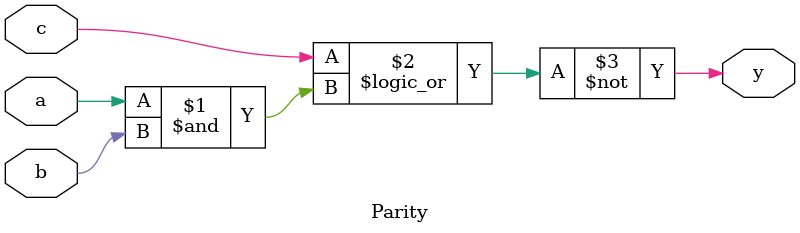
<source format=v>
module Parity(
  input a,b,c,
  output y
);
  assign y= ~(c||(a&b));
endmodule

</source>
